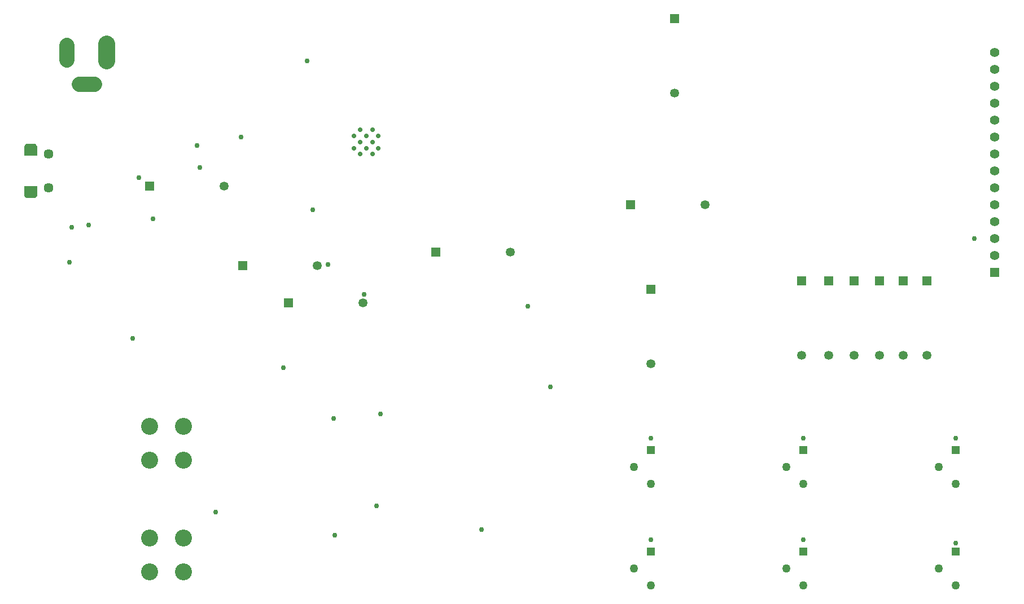
<source format=gbr>
G04 EAGLE Gerber RS-274X export*
G75*
%MOMM*%
%FSLAX34Y34*%
%LPD*%
%INBottom Copper*%
%IPPOS*%
%AMOC8*
5,1,8,0,0,1.08239X$1,22.5*%
G01*
G04 Define Apertures*
%ADD10C,2.500000*%
%ADD11C,2.250000*%
%ADD12R,1.398000X1.398000*%
%ADD13C,1.398000*%
%ADD14R,1.268000X1.268000*%
%ADD15C,1.268000*%
%ADD16C,0.708000*%
%ADD17C,1.450000*%
%ADD18C,1.200000*%
%ADD19C,2.550000*%
%ADD20R,1.346200X1.346200*%
%ADD21C,1.346200*%
%ADD22C,0.756400*%
G36*
X55876Y686776D02*
X55750Y687897D01*
X55750Y700950D01*
X74850Y700950D01*
X74850Y687897D01*
X74724Y686776D01*
X74350Y685709D01*
X73749Y684751D01*
X72949Y683952D01*
X71991Y683350D01*
X70924Y682976D01*
X69803Y682850D01*
X60797Y682850D01*
X59676Y682976D01*
X58609Y683350D01*
X57651Y683952D01*
X56852Y684751D01*
X56250Y685709D01*
X55876Y686776D01*
G37*
G36*
X74850Y746850D02*
X55750Y746850D01*
X55750Y759903D01*
X55876Y761024D01*
X56250Y762091D01*
X56852Y763049D01*
X57651Y763849D01*
X58609Y764450D01*
X59676Y764824D01*
X60797Y764950D01*
X69803Y764950D01*
X70924Y764824D01*
X71991Y764450D01*
X72949Y763849D01*
X73749Y763049D01*
X74350Y762091D01*
X74724Y761024D01*
X74850Y759903D01*
X74850Y746850D01*
G37*
D10*
X179300Y914200D02*
X179300Y889200D01*
D11*
X119300Y890450D02*
X119300Y912950D01*
X138050Y854700D02*
X160550Y854700D01*
D12*
X1511300Y571500D03*
D13*
X1511300Y596900D03*
X1511300Y622300D03*
X1511300Y647700D03*
X1511300Y673100D03*
X1511300Y698500D03*
X1511300Y723900D03*
X1511300Y749300D03*
X1511300Y774700D03*
X1511300Y800100D03*
X1511300Y825500D03*
X1511300Y850900D03*
X1511300Y876300D03*
X1511300Y901700D03*
D14*
X1224130Y152400D03*
D15*
X1198730Y127000D03*
X1224130Y101600D03*
D14*
X1224130Y304800D03*
D15*
X1198730Y279400D03*
X1224130Y254000D03*
D14*
X1452730Y152400D03*
D15*
X1427330Y127000D03*
X1452730Y101600D03*
D14*
X995530Y152400D03*
D15*
X970130Y127000D03*
X995530Y101600D03*
D14*
X1452730Y304800D03*
D15*
X1427330Y279400D03*
X1452730Y254000D03*
D14*
X995530Y304800D03*
D15*
X970130Y279400D03*
X995530Y254000D03*
D16*
X550150Y758065D03*
X550150Y776415D03*
X559325Y748890D03*
X559325Y767240D03*
X559325Y785590D03*
X568500Y758065D03*
X568500Y776415D03*
X577675Y748890D03*
X577675Y767240D03*
X577675Y785590D03*
X586850Y758065D03*
X586850Y776415D03*
D17*
X92300Y748900D03*
X92300Y698900D03*
D18*
X65300Y758900D03*
X65300Y688900D03*
D19*
X294640Y172720D03*
X294640Y121920D03*
X243840Y172720D03*
X243840Y121920D03*
X294640Y340360D03*
X294640Y289560D03*
X243840Y340360D03*
X243840Y289560D03*
D20*
X673100Y601980D03*
D21*
X784860Y601980D03*
D20*
X995680Y546100D03*
D21*
X995680Y434340D03*
D20*
X1031240Y952500D03*
D21*
X1031240Y840740D03*
D20*
X965200Y673100D03*
D21*
X1076960Y673100D03*
D20*
X1300480Y558800D03*
D21*
X1300480Y447040D03*
D20*
X1221740Y558800D03*
D21*
X1221740Y447040D03*
D20*
X1338580Y558800D03*
D21*
X1338580Y447040D03*
D20*
X1374140Y558800D03*
D21*
X1374140Y447040D03*
D20*
X1262380Y558800D03*
D21*
X1262380Y447040D03*
D20*
X243840Y701040D03*
D21*
X355600Y701040D03*
D20*
X1409700Y558800D03*
D21*
X1409700Y447040D03*
D20*
X383540Y581660D03*
D21*
X495300Y581660D03*
D20*
X452120Y525653D03*
D21*
X563880Y525653D03*
D22*
X342900Y211586D03*
X844400Y399768D03*
X521213Y177217D03*
X248920Y651792D03*
X519870Y352350D03*
X590110Y358850D03*
X319026Y728980D03*
X122934Y586740D03*
X810756Y520700D03*
X314936Y762000D03*
X444500Y428230D03*
X488176Y665480D03*
X480060Y889000D03*
X152400Y642620D03*
X227612Y713740D03*
X584200Y220980D03*
X1452880Y165100D03*
X1224280Y170180D03*
X995680Y170180D03*
X995680Y322580D03*
X1224280Y322580D03*
X1452880Y322580D03*
X1480820Y622300D03*
X218440Y472440D03*
X381000Y774700D03*
X126519Y639599D03*
X510822Y583212D03*
X741680Y185420D03*
X565424Y538114D03*
M02*

</source>
